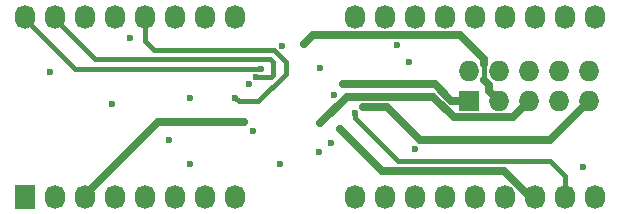
<source format=gbl>
G04 #@! TF.FileFunction,Copper,L4,Bot,Signal*
%FSLAX46Y46*%
G04 Gerber Fmt 4.6, Leading zero omitted, Abs format (unit mm)*
G04 Created by KiCad (PCBNEW (2015-08-16 BZR 6097, Git b384c94)-product) date 11/17/2015 9:28:50 PM*
%MOMM*%
G01*
G04 APERTURE LIST*
%ADD10C,0.100000*%
%ADD11R,1.727200X1.727200*%
%ADD12O,1.727200X1.727200*%
%ADD13O,1.727200X2.032000*%
%ADD14R,1.727200X2.032000*%
%ADD15C,0.600000*%
%ADD16C,0.635000*%
%ADD17C,0.381000*%
G04 APERTURE END LIST*
D10*
D11*
X149352000Y-87884000D03*
D12*
X149352000Y-85344000D03*
X151892000Y-87884000D03*
X151892000Y-85344000D03*
X154432000Y-87884000D03*
X154432000Y-85344000D03*
X156972000Y-87884000D03*
X156972000Y-85344000D03*
X159512000Y-87884000D03*
X159512000Y-85344000D03*
D13*
X139700000Y-80772000D03*
X111760000Y-80772000D03*
X114300000Y-80772000D03*
X116840000Y-80772000D03*
X119380000Y-80772000D03*
X121920000Y-80772000D03*
X124460000Y-80772000D03*
X127000000Y-80772000D03*
X129540000Y-80772000D03*
X144780000Y-80772000D03*
X147320000Y-80772000D03*
X149860000Y-80772000D03*
X152400000Y-80772000D03*
X154940000Y-80772000D03*
X157480000Y-80772000D03*
X160020000Y-80772000D03*
X142240000Y-80772000D03*
X139700000Y-96012000D03*
D14*
X111760000Y-96012000D03*
D13*
X114300000Y-96012000D03*
X116840000Y-96012000D03*
X119380000Y-96012000D03*
X121920000Y-96012000D03*
X124460000Y-96012000D03*
X127000000Y-96012000D03*
X129540000Y-96012000D03*
X144780000Y-96012000D03*
X147320000Y-96012000D03*
X149860000Y-96012000D03*
X152400000Y-96012000D03*
X154940000Y-96012000D03*
X157480000Y-96012000D03*
X160020000Y-96012000D03*
X142240000Y-96012000D03*
D15*
X125730000Y-93218000D03*
X137668000Y-91440000D03*
X133350000Y-93218000D03*
X130752306Y-86417694D03*
X159004000Y-93472000D03*
X120650000Y-82550000D03*
X136779000Y-85090000D03*
X143256000Y-83185000D03*
X136652000Y-92202000D03*
X131064000Y-90424000D03*
X123952000Y-91186000D03*
X133525509Y-83272967D03*
X119126000Y-88138000D03*
X144780000Y-91948000D03*
X144272000Y-84582000D03*
X125730000Y-87630000D03*
X113919000Y-85471000D03*
X138684000Y-86487000D03*
X135382000Y-83058000D03*
X136779000Y-89789000D03*
X140353081Y-88367295D03*
X130302000Y-89683552D03*
X138430000Y-90297000D03*
X139700000Y-88900000D03*
X137922000Y-87376000D03*
X131776423Y-85161480D03*
X131318000Y-85852000D03*
X129540000Y-87630000D03*
D16*
X149352000Y-87884000D02*
X147853400Y-87884000D01*
X146456400Y-86487000D02*
X138684000Y-86487000D01*
X147853400Y-87884000D02*
X146456400Y-86487000D01*
X136134490Y-82305510D02*
X135382000Y-83058000D01*
X150622000Y-84328000D02*
X148599510Y-82305510D01*
X148599510Y-82305510D02*
X136134490Y-82305510D01*
X150622000Y-84757930D02*
X150622000Y-84328000D01*
D17*
X150622000Y-86118030D02*
X150622000Y-84757930D01*
D16*
X151028401Y-86524431D02*
X150622000Y-86118030D01*
X151892000Y-87884000D02*
X151028401Y-87020401D01*
X151028401Y-87020401D02*
X151028401Y-86524431D01*
X136779000Y-89789000D02*
X139035714Y-87532286D01*
X139035714Y-87532286D02*
X146320804Y-87532286D01*
X146320804Y-87532286D02*
X148053619Y-89265101D01*
X148053619Y-89265101D02*
X153050899Y-89265101D01*
X153050899Y-89265101D02*
X153568401Y-88747599D01*
X153568401Y-88747599D02*
X154432000Y-87884000D01*
X142409197Y-88367295D02*
X140777345Y-88367295D01*
X140777345Y-88367295D02*
X140353081Y-88367295D01*
X156210000Y-91186000D02*
X145227902Y-91186000D01*
X159512000Y-87884000D02*
X156210000Y-91186000D01*
X145227902Y-91186000D02*
X142409197Y-88367295D01*
X116840000Y-96012000D02*
X116840000Y-95859600D01*
X116840000Y-95859600D02*
X123016048Y-89683552D01*
X123016048Y-89683552D02*
X130302000Y-89683552D01*
X152346584Y-93853000D02*
X141986000Y-93853000D01*
X141986000Y-93853000D02*
X138430000Y-90297000D01*
X154940000Y-96012000D02*
X154505584Y-96012000D01*
X154505584Y-96012000D02*
X152346584Y-93853000D01*
D17*
X156210000Y-92964000D02*
X157480000Y-94234000D01*
X157480000Y-94234000D02*
X157480000Y-96012000D01*
X143339736Y-92964000D02*
X156210000Y-92964000D01*
X139700000Y-88900000D02*
X139700000Y-89324264D01*
X139700000Y-89324264D02*
X143339736Y-92964000D01*
X115997080Y-85161480D02*
X131352159Y-85161480D01*
X111760000Y-80772000D02*
X111760000Y-80924400D01*
X111760000Y-80924400D02*
X115997080Y-85161480D01*
X131352159Y-85161480D02*
X131776423Y-85161480D01*
X117703600Y-84328000D02*
X114300000Y-80924400D01*
X131318000Y-85852000D02*
X132588000Y-85852000D01*
X132588000Y-85852000D02*
X132768991Y-85671009D01*
X132768991Y-85671009D02*
X132768991Y-84568663D01*
X132768991Y-84568663D02*
X132528328Y-84328000D01*
X132528328Y-84328000D02*
X117703600Y-84328000D01*
X114300000Y-80924400D02*
X114300000Y-80772000D01*
X129540000Y-87630000D02*
X129839999Y-87929999D01*
X129839999Y-87929999D02*
X131526001Y-87929999D01*
X131526001Y-87929999D02*
X133858000Y-85598000D01*
X133858000Y-85598000D02*
X133858000Y-84582000D01*
X133858000Y-84582000D02*
X132842000Y-83566000D01*
X132842000Y-83566000D02*
X122682000Y-83566000D01*
X121920000Y-82804000D02*
X121920000Y-80772000D01*
X122682000Y-83566000D02*
X121920000Y-82804000D01*
M02*

</source>
